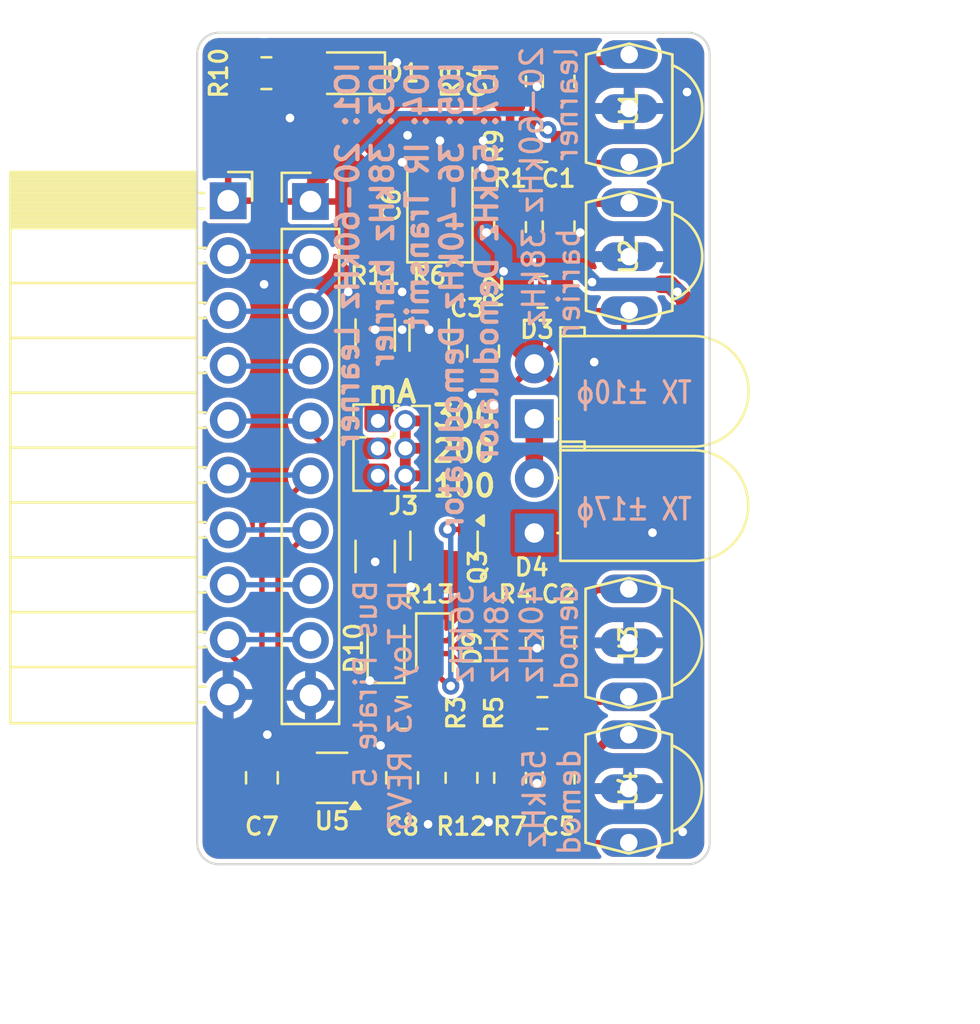
<source format=kicad_pcb>
(kicad_pcb (version 20240108) (generator "pcbnew") (generator_version "8.0")
  (layers (0 "F.Cu" signal) (31 "B.Cu" signal) (34 "B.Paste" user) (35 "F.Paste" user) (36 "B.SilkS" user "B.Silkscreen") (37 "F.SilkS" user "F.Silkscreen") (38 "B.Mask" user) (39 "F.Mask" user) (44 "Edge.Cuts" user))
  (net 0 "")
  (net 1 "Net-(D1-A)")
  (net 2 "VOUT")
  (net 3 "GND")
  (net 4 "Net-(U1-V+)")
  (net 5 "Net-(U2-V+)")
  (net 6 "Net-(D3-K)")
  (net 7 "Net-(D4-K)")
  (net 8 "IO0")
  (net 9 "IO1")
  (net 10 "IO2")
  (net 11 "IO3")
  (net 12 "IO4")
  (net 13 "IO5")
  (net 14 "IO6")
  (net 15 "IO7")
  (net 16 "Net-(U3-V+)")
  (net 17 "Net-(U4-V+)")
  (net 18 "Net-(J3-Pin_1)")
  (net 19 "Net-(J3-Pin_2)")
  (net 20 "Net-(J3-Pin_3)")
  (net 21 "Net-(D10-A)")
  (net 22 "Net-(D9-A)")
  (net 23 "Net-(J3-Pin_5)")
  (net 24 "Net-(U5-A)")
  (footprint "Capacitor_SMD:C_0805_2012Metric" (layer "F.Cu") (at 153.75 70.5 -90)
    (property "Reference" "C4" (at 0 3.75 -90) (layer "F.SilkS") (effects (font (size 0.8 0.8))))
    (property "Value" "4.7uF")
    (pad "1" smd roundrect (at -0.95 0 270) (size 1 1.45) (layers "F.Cu" "F.Paste" "F.Mask") (net 4 "Net-(U1-V+)"))
    (pad "2" smd roundrect (at 0.95 0 270) (size 1 1.45) (layers "F.Cu" "F.Paste" "F.Mask") (net 3 "GND"))
  )
  (footprint "Connector_PinHeader_1.27mm:PinHeader_2x03_P1.27mm_Vertical" (layer "F.Cu") (at 145.375 86.225)
    (property "Reference" "J3" (at 1.185959 3.928811 180) (layer "F.SilkS") (effects (font (size 0.8 0.8))))
    (property "Value" "Conn_02x03_1.27mm")
    (pad "1" thru_hole rect (at 0 0) (size 1 1) (drill 0.65) (layers "*.Cu" "*.Mask") (net 18 "Net-(J3-Pin_1)"))
    (pad "2" thru_hole oval (at 1.27 0) (size 1 1) (drill 0.65) (layers "*.Cu" "*.Mask") (net 19 "Net-(J3-Pin_2)"))
    (pad "3" thru_hole oval (at 0 1.27) (size 1 1) (drill 0.65) (layers "*.Cu" "*.Mask") (net 20 "Net-(J3-Pin_3)"))
    (pad "4" thru_hole oval (at 1.27 1.27) (size 1 1) (drill 0.65) (layers "*.Cu" "*.Mask") (net 19 "Net-(J3-Pin_2)"))
    (pad "5" thru_hole oval (at 0 2.54) (size 1 1) (drill 0.65) (layers "*.Cu" "*.Mask") (net 23 "Net-(J3-Pin_5)"))
    (pad "6" thru_hole oval (at 1.27 2.54) (size 1 1) (drill 0.65) (layers "*.Cu" "*.Mask") (net 19 "Net-(J3-Pin_2)"))
  )
  (footprint "Package_TO_SOT_SMD:SOT-363_SC-70-6" (layer "F.Cu") (at 143.25 102.75 180)
    (property "Reference" "U5" (at 0 -2 0) (layer "F.SilkS") (effects (font (size 0.8 0.8))))
    (property "Value" "AiP74LVC1T45GC363.TR")
    (pad "1" smd roundrect (at -0.95 -0.65 180) (size 0.65 0.4) (layers "F.Cu" "F.Paste" "F.Mask") (net 2 "VOUT"))
    (pad "2" smd roundrect (at -0.95 0 180) (size 0.65 0.4) (layers "F.Cu" "F.Paste" "F.Mask") (net 3 "GND"))
    (pad "3" smd roundrect (at -0.95 0.65 180) (size 0.65 0.4) (layers "F.Cu" "F.Paste" "F.Mask") (net 24 "Net-(U5-A)"))
    (pad "4" smd roundrect (at 0.95 0.65 180) (size 0.65 0.4) (layers "F.Cu" "F.Paste" "F.Mask") (net 12 "IO4"))
    (pad "5" smd roundrect (at 0.95 0 180) (size 0.65 0.4) (layers "F.Cu" "F.Paste" "F.Mask") (net 3 "GND"))
    (pad "6" smd roundrect (at 0.95 -0.65 180) (size 0.65 0.4) (layers "F.Cu" "F.Paste" "F.Mask") (net 2 "VOUT"))
  )
  (footprint "LED_SMD:LED_0805_2012Metric" (layer "F.Cu") (at 144.018 70.125 180)
    (property "Reference" "D1" (at -2.5 0 0) (layer "F.SilkS") (effects (font (size 0.8 0.8))))
    (property "Value" "LED")
    (pad "1" smd roundrect (at -0.9375 0 180) (size 0.975 1.4) (layers "F.Cu" "F.Paste" "F.Mask") (net 3 "GND"))
    (pad "2" smd roundrect (at 0.9375 0 180) (size 0.975 1.4) (layers "F.Cu" "F.Paste" "F.Mask") (net 1 "Net-(D1-A)"))
  )
  (footprint "Resistor_SMD:R_1206_3216Metric" (layer "F.Cu") (at 145.25 82.25 90)
    (property "Reference" "R11" (at 2.75 0 180) (layer "F.SilkS") (effects (font (size 0.8 0.8))))
    (property "Value" "3R0")
    (pad "1" smd roundrect (at -1.4625 0 90) (size 1.125 1.75) (layers "F.Cu" "F.Paste" "F.Mask") (roundrect_rratio 0.2222222222) (net 20 "Net-(J3-Pin_3)"))
    (pad "2" smd roundrect (at 1.4625 0 90) (size 1.125 1.75) (layers "F.Cu" "F.Paste" "F.Mask") (roundrect_rratio 0.2222222222) (net 3 "GND"))
  )
  (footprint "Capacitor_SMD:C_0805_2012Metric" (layer "F.Cu") (at 153.75 96.5 -90)
    (property "Reference" "C2" (at -2.25 0 180) (layer "F.SilkS") (effects (font (size 0.8 0.8))))
    (property "Value" "4.7uF")
    (pad "1" smd roundrect (at -0.95 0 270) (size 1 1.45) (layers "F.Cu" "F.Paste" "F.Mask") (net 16 "Net-(U3-V+)"))
    (pad "2" smd roundrect (at 0.95 0 270) (size 1 1.45) (layers "F.Cu" "F.Paste" "F.Mask") (net 3 "GND"))
  )
  (footprint "Capacitor_SMD:C_0805_2012Metric" (layer "F.Cu") (at 153.75 77.25 -90)
    (property "Reference" "C1" (at -2.25 0 180) (layer "F.SilkS") (effects (font (size 0.8 0.8))))
    (property "Value" "4.7uF")
    (pad "1" smd roundrect (at -0.95 0 270) (size 1 1.45) (layers "F.Cu" "F.Paste" "F.Mask") (net 5 "Net-(U2-V+)"))
    (pad "2" smd roundrect (at 0.95 0 270) (size 1 1.45) (layers "F.Cu" "F.Paste" "F.Mask") (net 3 "GND"))
  )
  (footprint "Library:TSOP18XX" (layer "F.Cu") (at 156.994399 78.6178 90)
    (property "Reference" "U2" (at 0 0 90) (layer "F.SilkS") (effects (font (size 0.8 0.8))))
    (property "Value" "IRM-3638J7")
    (pad "GND" thru_hole oval (at -0.0012 0.0266 90) (size 1.3208 2.6416) (drill 0.8128) (layers "*.Cu" "*.Mask") (net 3 "GND"))
    (pad "OUT" thru_hole oval (at -2.5012 0.0266 90) (size 1.3208 2.6416) (drill 0.8128) (layers "*.Cu" "*.Mask") (net 11 "IO3"))
    (pad "VCC" thru_hole oval (at 2.4988 0.0266 90) (size 1.3208 2.6416) (drill 0.8128) (layers "*.Cu" "*.Mask") (net 5 "Net-(U2-V+)"))
  )
  (footprint "LED_THT:LED_D5.0mm_Horizontal_O1.27mm_Z3.0mm_IRGrey" (layer "F.Cu") (at 152.623 91.415 90)
    (property "Reference" "D4" (at -1.585 -0.123 180) (layer "F.SilkS") (effects (font (size 0.8 0.8))))
    (property "Value" "TSAL6200")
    (pad "1" thru_hole rect (at 0 0 90) (size 1.8 1.8) (drill 0.9) (layers "*.Cu" "*.Mask") (net 7 "Net-(D4-K)"))
    (pad "2" thru_hole circle (at 2.54 0 90) (size 1.8 1.8) (drill 0.9) (layers "*.Cu" "*.Mask") (net 6 "Net-(D3-K)"))
  )
  (footprint "Resistor_SMD:R_1206_3216Metric" (layer "F.Cu") (at 147.75 82.25 90)
    (property "Reference" "R6" (at 2.75 0 0) (layer "F.SilkS") (effects (font (size 0.8 0.8))))
    (property "Value" "1R2")
    (pad "1" smd roundrect (at -1.4625 0 90) (size 1.125 1.75) (layers "F.Cu" "F.Paste" "F.Mask") (roundrect_rratio 0.2222222222) (net 18 "Net-(J3-Pin_1)"))
    (pad "2" smd roundrect (at 1.4625 0 90) (size 1.125 1.75) (layers "F.Cu" "F.Paste" "F.Mask") (roundrect_rratio 0.2222222222) (net 3 "GND"))
  )
  (footprint "Capacitor_SMD:C_0805_2012Metric" (layer "F.Cu") (at 153.75 102.75 -90)
    (property "Reference" "C5" (at 2.25 0 180) (layer "F.SilkS") (effects (font (size 0.8 0.8))))
    (property "Value" "4.7uF")
    (pad "1" smd roundrect (at -0.95 0 270) (size 1 1.45) (layers "F.Cu" "F.Paste" "F.Mask") (net 17 "Net-(U4-V+)"))
    (pad "2" smd roundrect (at 0.95 0 270) (size 1 1.45) (layers "F.Cu" "F.Paste" "F.Mask") (net 3 "GND"))
  )
  (footprint "Diode_SMD:D_SOD-323F" (layer "F.Cu") (at 145.75 96.75 90)
    (property "Reference" "D10" (at 0 -1.5 90) (layer "F.SilkS") (effects (font (size 0.8 0.8))))
    (property "Value" "1N4148WS")
    (pad "1" smd roundrect (at -1.1 0 90) (size 0.5 0.5) (layers "F.Cu" "F.Paste" "F.Mask") (net 3 "GND"))
    (pad "2" smd roundrect (at 1.1 0 90) (size 0.5 0.5) (layers "F.Cu" "F.Paste" "F.Mask") (net 21 "Net-(D10-A)"))
  )
  (footprint "Connector_PinSocket_2.54mm:PinSocket_1x10_P2.54mm_Horizontal" (layer "F.Cu") (at 138.437442 76.030607)
    (property "Reference" "J1" (hide yes))
    (property "Value" "Conn_01x10" (hide yes))
    (pad "1" thru_hole rect (at 0 0) (size 1.7 1.7) (drill 1) (layers "*.Cu" "*.Mask") (net 2 "VOUT"))
    (pad "2" thru_hole oval (at 0 2.54) (size 1.7 1.7) (drill 1) (layers "*.Cu" "*.Mask") (net 8 "IO0"))
    (pad "3" thru_hole oval (at 0 5.08) (size 1.7 1.7) (drill 1) (layers "*.Cu" "*.Mask") (net 9 "IO1"))
    (pad "4" thru_hole oval (at 0 7.62) (size 1.7 1.7) (drill 1) (layers "*.Cu" "*.Mask") (net 10 "IO2"))
    (pad "5" thru_hole oval (at 0 10.16) (size 1.7 1.7) (drill 1) (layers "*.Cu" "*.Mask") (net 11 "IO3"))
    (pad "6" thru_hole oval (at 0 12.7) (size 1.7 1.7) (drill 1) (layers "*.Cu" "*.Mask") (net 12 "IO4"))
    (pad "7" thru_hole oval (at 0 15.24) (size 1.7 1.7) (drill 1) (layers "*.Cu" "*.Mask") (net 13 "IO5"))
    (pad "8" thru_hole oval (at 0 17.78) (size 1.7 1.7) (drill 1) (layers "*.Cu" "*.Mask") (net 14 "IO6"))
    (pad "9" thru_hole oval (at 0 20.32) (size 1.7 1.7) (drill 1) (layers "*.Cu" "*.Mask") (net 15 "IO7"))
    (pad "10" thru_hole oval (at 0 22.86) (size 1.7 1.7) (drill 1) (layers "*.Cu" "*.Mask") (net 3 "GND"))
  )
  (footprint "Package_TO_SOT_SMD:SOT-23" (layer "F.Cu") (at 148.44 92 -90)
    (property "Reference" "Q3" (at 1 -1.56 -90) (layer "F.SilkS") (effects (font (size 0.8 0.8))))
    (property "Value" "MMBT4401LT1G")
    (pad "1" smd roundrect (at -0.9375 -0.95 270) (size 1.475 0.6) (layers "F.Cu" "F.Paste" "F.Mask") (net 22 "Net-(D9-A)"))
    (pad "2" smd roundrect (at -0.9375 0.95 270) (size 1.475 0.6) (layers "F.Cu" "F.Paste" "F.Mask") (net 19 "Net-(J3-Pin_2)"))
    (pad "3" smd roundrect (at 0.9375 0 270) (size 1.475 0.6) (layers "F.Cu" "F.Paste" "F.Mask") (net 7 "Net-(D4-K)"))
  )
  (footprint "Diode_SMD:D_SOD-323F" (layer "F.Cu") (at 148 96.75 -90)
    (property "Reference" "D9" (at 0 -1.75 -90) (layer "F.SilkS") (effects (font (size 0.8 0.8))))
    (property "Value" "1N4148WS")
    (pad "1" smd roundrect (at -1.1 0 270) (size 0.5 0.5) (layers "F.Cu" "F.Paste" "F.Mask") (net 21 "Net-(D10-A)"))
    (pad "2" smd roundrect (at 1.1 0 270) (size 0.5 0.5) (layers "F.Cu" "F.Paste" "F.Mask") (net 22 "Net-(D9-A)"))
  )
  (footprint "Library:TSOP18XX" (layer "F.Cu") (at 156.9734 96.4988 90)
    (property "Reference" "U3" (at 0 0 90) (layer "F.SilkS") (effects (font (size 0.8 0.8))))
    (property "Value" "IRM-3638T")
    (pad "GND" thru_hole oval (at -0.0012 0.0266 90) (size 1.3208 2.6416) (drill 0.8128) (layers "*.Cu" "*.Mask") (net 3 "GND"))
    (pad "OUT" thru_hole oval (at -2.5012 0.0266 90) (size 1.3208 2.6416) (drill 0.8128) (layers "*.Cu" "*.Mask") (net 13 "IO5"))
    (pad "VCC" thru_hole oval (at 2.4988 0.0266 90) (size 1.3208 2.6416) (drill 0.8128) (layers "*.Cu" "*.Mask") (net 16 "Net-(U3-V+)"))
  )
  (footprint "Capacitor_Tantalum_SMD:CP_EIA-3528-21_Kemet-B_Pad1.50x2.35mm_HandSolder" (layer "F.Cu") (at 148.25 76.25 90)
    (property "Reference" "C6" (at 0 -2.25 90) (layer "F.SilkS") (effects (font (size 0.8 0.8))))
    (property "Value" "100uF")
    (pad "1" smd roundrect (at -1.625 0 90) (size 1.5 2.35) (layers "F.Cu" "F.Paste" "F.Mask") (roundrect_rratio 0.1666673333) (net 2 "VOUT"))
    (pad "2" smd roundrect (at 1.625 0 90) (size 1.5 2.35) (layers "F.Cu" "F.Paste" "F.Mask") (roundrect_rratio 0.1666673333) (net 3 "GND"))
  )
  (footprint "LED_THT:LED_D5.0mm_Horizontal_O1.27mm_Z3.0mm_IRGrey" (layer "F.Cu") (at 152.623 86.125 90)
    (property "Reference" "D3" (at 4.125 0.127 180) (layer "F.SilkS") (effects (font (size 0.8 0.8))))
    (property "Value" "TSAL6100")
    (pad "1" thru_hole rect (at 0 0 90) (size 1.8 1.8) (drill 0.9) (layers "*.Cu" "*.Mask") (net 6 "Net-(D3-K)"))
    (pad "2" thru_hole circle (at 2.54 0 90) (size 1.8 1.8) (drill 0.9) (layers "*.Cu" "*.Mask") (net 2 "VOUT"))
  )
  (footprint "Resistor_SMD:R_0805_2012Metric" (layer "F.Cu") (at 151.5 102.75 -90)
    (property "Reference" "R7" (at 2.25 0 180) (layer "F.SilkS") (effects (font (size 0.8 0.8))))
    (property "Value" "100R")
    (pad "1" smd roundrect (at -0.9125 0 270) (size 1.025 1.4) (layers "F.Cu" "F.Paste" "F.Mask") (roundrect_rratio 0.243902439) (net 17 "Net-(U4-V+)"))
    (pad "2" smd roundrect (at 0.9125 0 270) (size 1.025 1.4) (layers "F.Cu" "F.Paste" "F.Mask") (roundrect_rratio 0.243902439) (net 2 "VOUT"))
  )
  (footprint "Resistor_SMD:R_0805_2012Metric" (layer "F.Cu") (at 153 80.25 180)
    (property "Reference" "R2" (at 2.25 0 90) (layer "F.SilkS") (effects (font (size 0.8 0.8))))
    (property "Value" "10K")
    (pad "1" smd roundrect (at -0.9125 0 180) (size 1.025 1.4) (layers "F.Cu" "F.Paste" "F.Mask") (roundrect_rratio 0.243902439) (net 11 "IO3"))
    (pad "2" smd roundrect (at 0.9125 0 180) (size 1.025 1.4) (layers "F.Cu" "F.Paste" "F.Mask") (roundrect_rratio 0.243902439) (net 2 "VOUT"))
  )
  (footprint "Capacitor_SMD:C_0805_2012Metric" (layer "F.Cu") (at 146.5 102.75 90)
    (property "Reference" "C8" (at -2.25 0 0) (layer "F.SilkS") (effects (font (size 0.8 0.8))))
    (property "Value" "0.1uF")
    (pad "1" smd roundrect (at -0.95 0 90) (size 1 1.45) (layers "F.Cu" "F.Paste" "F.Mask") (net 2 "VOUT"))
    (pad "2" smd roundrect (at 0.95 0 90) (size 1 1.45) (layers "F.Cu" "F.Paste" "F.Mask") (net 3 "GND"))
  )
  (footprint "Resistor_SMD:R_0805_2012Metric" (layer "F.Cu") (at 153 99.75 180)
    (property "Reference" "R5" (at 2.25 0 90) (layer "F.SilkS") (effects (font (size 0.8 0.8))))
    (property "Value" "10K")
    (pad "1" smd roundrect (at -0.9125 0 180) (size 1.025 1.4) (layers "F.Cu" "F.Paste" "F.Mask") (roundrect_rratio 0.243902439) (net 13 "IO5"))
    (pad "2" smd roundrect (at 0.9125 0 180) (size 1.025 1.4) (layers "F.Cu" "F.Paste" "F.Mask") (roundrect_rratio 0.243902439) (net 2 "VOUT"))
  )
  (footprint "Resistor_SMD:R_1206_3216Metric" (layer "F.Cu") (at 145.25 92.5 -90)
    (property "Reference" "R13" (at 1.75 -2.5 180) (layer "F.SilkS") (effects (font (size 0.8 0.8))))
    (property "Value" "6R8")
    (pad "1" smd roundrect (at -1.4625 0 270) (size 1.125 1.75) (layers "F.Cu" "F.Paste" "F.Mask") (roundrect_rratio 0.2222222222) (net 23 "Net-(J3-Pin_5)"))
    (pad "2" smd roundrect (at 1.4625 0 270) (size 1.125 1.75) (layers "F.Cu" "F.Paste" "F.Mask") (roundrect_rratio 0.2222222222) (net 3 "GND"))
  )
  (footprint "Library:TSOP18XX" (layer "F.Cu") (at 156.994399 71.7598 90)
    (property "Reference" "U1" (at 0 0 90) (layer "F.SilkS") (effects (font (size 0.8 0.8))))
    (property "Value" "OS1200MW-A1")
    (pad "GND" thru_hole oval (at -0.0012 0.0266 90) (size 1.3208 2.6416) (drill 0.8128) (layers "*.Cu" "*.Mask") (net 3 "GND"))
    (pad "OUT" thru_hole oval (at -2.5012 0.0266 90) (size 1.3208 2.6416) (drill 0.8128) (layers "*.Cu" "*.Mask") (net 9 "IO1"))
    (pad "VCC" thru_hole oval (at 2.4988 0.0266 90) (size 1.3208 2.6416) (drill 0.8128) (layers "*.Cu" "*.Mask") (net 4 "Net-(U1-V+)"))
  )
  (footprint "Library:TSOP18XX" (layer "F.Cu") (at 156.9734 103.2488 90)
    (property "Reference" "U4" (at 0 0 90) (layer "F.SilkS") (effects (font (size 0.8 0.8))))
    (property "Value" "CHQ0038L-56kHz")
    (pad "GND" thru_hole oval (at -0.0012 0.0266 90) (size 1.3208 2.6416) (drill 0.8128) (layers "*.Cu" "*.Mask") (net 3 "GND"))
    (pad "OUT" thru_hole oval (at -2.5012 0.0266 90) (size 1.3208 2.6416) (drill 0.8128) (layers "*.Cu" "*.Mask") (net 15 "IO7"))
    (pad "VCC" thru_hole oval (at 2.4988 0.0266 90) (size 1.3208 2.6416) (drill 0.8128) (layers "*.Cu" "*.Mask") (net 17 "Net-(U4-V+)"))
  )
  (footprint "Resistor_SMD:R_0805_2012Metric" (layer "F.Cu") (at 153 73.5 180)
    (property "Reference" "R9" (at 2.25 0 90) (layer "F.SilkS") (effects (font (size 0.8 0.8))))
    (property "Value" "10K")
    (pad "1" smd roundrect (at -0.9125 0 180) (size 1.025 1.4) (layers "F.Cu" "F.Paste" "F.Mask") (roundrect_rratio 0.243902439) (net 9 "IO1"))
    (pad "2" smd roundrect (at 0.9125 0 180) (size 1.025 1.4) (layers "F.Cu" "F.Paste" "F.Mask") (roundrect_rratio 0.243902439) (net 2 "VOUT"))
  )
  (footprint "Capacitor_SMD:C_0805_2012Metric" (layer "F.Cu") (at 150.25 83 -90)
    (property "Reference" "C3" (at -2 0.75 180) (layer "F.SilkS") (effects (font (size 0.8 0.8))))
    (property "Value" "4.7uF")
    (pad "1" smd roundrect (at -0.95 0 270) (size 1 1.45) (layers "F.Cu" "F.Paste" "F.Mask") (net 2 "VOUT"))
    (pad "2" smd roundrect (at 0.95 0 270) (size 1 1.45) (layers "F.Cu" "F.Paste" "F.Mask") (net 3 "GND"))
  )
  (footprint "Capacitor_SMD:C_0805_2012Metric" (layer "F.Cu") (at 140 102.75 -90)
    (property "Reference" "C7" (at 2.25 0 180) (layer "F.SilkS") (effects (font (size 0.8 0.8))))
    (property "Value" "0.1uF")
    (pad "1" smd roundrect (at -0.95 0 270) (size 1 1.45) (layers "F.Cu" "F.Paste" "F.Mask") (net 3 "GND"))
    (pad "2" smd roundrect (at 0.95 0 270) (size 1 1.45) (layers "F.Cu" "F.Paste" "F.Mask") (net 2 "VOUT"))
  )
  (footprint "Connector_PinHeader_2.54mm:PinHeader_1x10_P2.54mm_Vertical" (layer "F.Cu") (at 142.25 76.068)
    (property "Reference" "J2" (hide yes))
    (property "Value" "Conn_01x10" (hide yes))
    (pad "1" thru_hole rect (at 0 0) (size 1.7 1.7) (drill 1) (layers "*.Cu" "*.Mask") (net 2 "VOUT"))
    (pad "2" thru_hole oval (at 0 2.54) (size 1.7 1.7) (drill 1) (layers "*.Cu" "*.Mask") (net 8 "IO0"))
    (pad "3" thru_hole oval (at 0 5.08) (size 1.7 1.7) (drill 1) (layers "*.Cu" "*.Mask") (net 9 "IO1"))
    (pad "4" thru_hole oval (at 0 7.62) (size 1.7 1.7) (drill 1) (layers "*.Cu" "*.Mask") (net 10 "IO2"))
    (pad "5" thru_hole oval (at 0 10.16) (size 1.7 1.7) (drill 1) (layers "*.Cu" "*.Mask") (net 11 "IO3"))
    (pad "6" thru_hole oval (at 0 12.7) (size 1.7 1.7) (drill 1) (layers "*.Cu" "*.Mask") (net 12 "IO4"))
    (pad "7" thru_hole oval (at 0 15.24) (size 1.7 1.7) (drill 1) (layers "*.Cu" "*.Mask") (net 13 "IO5"))
    (pad "8" thru_hole oval (at 0 17.78) (size 1.7 1.7) (drill 1) (layers "*.Cu" "*.Mask") (net 14 "IO6"))
    (pad "9" thru_hole oval (at 0 20.32) (size 1.7 1.7) (drill 1) (layers "*.Cu" "*.Mask") (net 15 "IO7"))
    (pad "10" thru_hole oval (at 0 22.86) (size 1.7 1.7) (drill 1) (layers "*.Cu" "*.Mask") (net 3 "GND"))
  )
  (footprint "Resistor_SMD:R_0805_2012Metric" (layer "F.Cu") (at 151.5 96.5 -90)
    (property "Reference" "R4" (at -2.25 -0.25 180) (layer "F.SilkS") (effects (font (size 0.8 0.8))))
    (property "Value" "100R")
    (pad "1" smd roundrect (at -0.9125 0 270) (size 1.025 1.4) (layers "F.Cu" "F.Paste" "F.Mask") (roundrect_rratio 0.243902439) (net 16 "Net-(U3-V+)"))
    (pad "2" smd roundrect (at 0.9125 0 270) (size 1.025 1.4) (layers "F.Cu" "F.Paste" "F.Mask") (roundrect_rratio 0.243902439) (net 2 "VOUT"))
  )
  (footprint "Resistor_SMD:R_0805_2012Metric" (layer "F.Cu") (at 146.5 99.75 180)
    (property "Reference" "R3" (at -2.5 0 90) (layer "F.SilkS") (effects (font (size 0.8 0.8))))
    (property "Value" "330R")
    (pad "1" smd roundrect (at -0.9125 0 180) (size 1.025 1.4) (layers "F.Cu" "F.Paste" "F.Mask") (roundrect_rratio 0.243902439) (net 22 "Net-(D9-A)"))
    (pad "2" smd roundrect (at 0.9125 0 180) (size 1.025 1.4) (layers "F.Cu" "F.Paste" "F.Mask") (roundrect_rratio 0.243902439) (net 24 "Net-(U5-A)"))
  )
  (footprint "Resistor_SMD:R_0805_2012Metric" (layer "F.Cu") (at 140.208 70.125)
    (property "Reference" "R10" (at -2.208 0 -90) (layer "F.SilkS") (effects (font (size 0.8 0.8))))
    (property "Value" "2K")
    (pad "1" smd roundrect (at -0.9125 0) (size 1.025 1.4) (layers "F.Cu" "F.Paste" "F.Mask") (roundrect_rratio 0.243902439) (net 2 "VOUT"))
    (pad "2" smd roundrect (at 0.9125 0) (size 1.025 1.4) (layers "F.Cu" "F.Paste" "F.Mask") (roundrect_rratio 0.243902439) (net 1 "Net-(D1-A)"))
  )
  (footprint "Resistor_SMD:R_0805_2012Metric" (layer "F.Cu") (at 149.25 102.75 90)
    (property "Reference" "R12" (at -2.25 0 0) (layer "F.SilkS") (effects (font (size 0.8 0.8))))
    (property "Value" "20K")
    (pad "1" smd roundrect (at -0.9125 0 90) (size 1.025 1.4) (layers "F.Cu" "F.Paste" "F.Mask") (roundrect_rratio 0.243902439) (net 15 "IO7"))
    (pad "2" smd roundrect (at 0.9125 0 90) (size 1.025 1.4) (layers "F.Cu" "F.Paste" "F.Mask") (roundrect_rratio 0.243902439) (net 2 "VOUT"))
  )
  (footprint "Resistor_SMD:R_0805_2012Metric" (layer "F.Cu") (at 151.5 70.5 -90)
    (property "Reference" "R8" (at 0 2.75 -90) (layer "F.SilkS") (effects (font (size 0.8 0.8))))
    (property "Value" "100R")
    (pad "1" smd roundrect (at -0.9125 0 270) (size 1.025 1.4) (layers "F.Cu" "F.Paste" "F.Mask") (roundrect_rratio 0.243902439) (net 4 "Net-(U1-V+)"))
    (pad "2" smd roundrect (at 0.9125 0 270) (size 1.025 1.4) (layers "F.Cu" "F.Paste" "F.Mask") (roundrect_rratio 0.243902439) (net 2 "VOUT"))
  )
  (footprint "Resistor_SMD:R_0805_2012Metric" (layer "F.Cu") (at 151.5 77.25 -90)
    (property "Reference" "R1" (at -2.25 0 180) (layer "F.SilkS") (effects (font (size 0.8 0.8))))
    (property "Value" "100R")
    (pad "1" smd roundrect (at -0.9125 0 270) (size 1.025 1.4) (layers "F.Cu" "F.Paste" "F.Mask") (roundrect_rratio 0.243902439) (net 5 "Net-(U2-V+)"))
    (pad "2" smd roundrect (at 0.9125 0 270) (size 1.025 1.4) (layers "F.Cu" "F.Paste" "F.Mask") (roundrect_rratio 0.243902439) (net 2 "VOUT"))
  )
  (gr_line (start 138 68.25) (end 159.75 68.25) (stroke (width 0.1)) (layer "Edge.Cuts"))
  (gr_line (start 138 106.75) (end 159.75 106.75) (stroke (width 0.1)) (layer "Edge.Cuts"))
  (gr_line (start 137 69.25) (end 137 105.75) (stroke (width 0.1)) (layer "Edge.Cuts"))
  (gr_arc (start 160.75 105.75) (mid 160.457107 106.457107) (end 159.75 106.75) (stroke (width 0.1)) (layer "Edge.Cuts"))
  (gr_arc (start 159.75 68.25) (mid 160.457107 68.542893) (end 160.75 69.25) (stroke (width 0.1)) (layer "Edge.Cuts"))
  (gr_arc (start 138 106.75) (mid 137.292893 106.457107) (end 137 105.75) (stroke (width 0.1)) (layer "Edge.Cuts"))
  (gr_arc (start 137 69.25) (mid 137.292893 68.542893) (end 138 68.25) (stroke (width 0.1)) (layer "Edge.Cuts"))
  (gr_line (start 160.75 105.75) (end 160.75 69.25) (stroke (width 0.1)) (layer "Edge.Cuts"))
  (gr_text "56kHz \ndemod\n" (at 154.827 101.328 90) (layer "B.SilkS") (effects (font (size 1 1)) (justify left bottom mirror)))
  (gr_text "38kHz \nbarrier\n" (at 154.8 77.2 90) (layer "B.SilkS") (effects (font (size 1 1)) (justify left bottom mirror)))
  (gr_text "Bus Pirate 5\nIR Toy v3 REV3" (at 147 93.5 90) (layer "B.SilkS") (effects (font (size 1 1)) (justify left bottom mirror)))
  (gr_text "20-60kHz\nlearner" (at 154.7 68.8 90) (layer "B.SilkS") (effects (font (size 1 1)) (justify left bottom mirror)))
  (gr_text "TX ±17ϕ" (at 160 90.9 0) (layer "B.SilkS") (effects (font (size 1 0.8)) (justify left bottom mirror)))
  (gr_text "IO1: 20-60kHz Learner\nIO3: 38kHz barrier\nIO4: IR Transmit\nIO5: 36-40kHz Demodulator\nIO7: 56kHz Demodulator\n" (at 151 69.5 90) (layer "B.SilkS") (effects (font (size 1 1) (thickness 0.2) (bold yes)) (justify left bottom mirror)))
  (gr_text "TX ±10ϕ" (at 160 85.5 0) (layer "B.SilkS") (effects (font (size 1 0.8)) (justify left bottom mirror)))
  (gr_text "36kHz\n38kHz\n40kHz\ndemod" (at 154.7 93.7 90) (layer "B.SilkS") (effects (font (size 1 1)) (justify left bottom mirror)))
  (gr_text "mA" (at 144.81 85.465 0) (layer "F.SilkS") (effects (font (size 1 1) (thickness 0.2) (bold yes)) (justify left bottom)))
  (gr_text "300\n200\n100" (at 147.813013 89.813579 0) (layer "F.SilkS") (effects (font (size 1 1) (thickness 0.2) (bold yes)) (justify left bottom)))
  (segment (start 141.1205 70.125) (end 143.0805 70.125) (width 0.25) (layer "F.Cu") (net 1))
  (segment (start 151.5 103.6625) (end 151.4125 103.6625) (width 0.4064) (layer "F.Cu") (net 2))
  (segment (start 152.623 81.8355) (end 152.0875 81.3) (width 0.8128) (layer "F.Cu") (net 2))
  (segment (start 151.5 97.4125) (end 151.5 99.1625) (width 0.4064) (layer "F.Cu") (net 2))
  (segment (start 155 104.5) (end 158.5 104.5) (width 0.4064) (layer "F.Cu") (net 2))
  (segment (start 148.3625 101.8375) (end 146.5 103.7) (width 0.4064) (layer "F.Cu") (net 2))
  (segment (start 140.3 103.4) (end 140 103.7) (width 0.4064) (layer "F.Cu") (net 2))
  (segment (start 145.45 104.75) (end 146.5 103.7) (width 0.4064) (layer "F.Cu") (net 2))
  (segment (start 153.3375 98.5) (end 154.7 98.5) (width 0.4064) (layer "F.Cu") (net 2))
  (segment (start 151.5 99.1625) (end 152.0875 99.75) (width 0.4064) (layer "F.Cu") (net 2))
  (segment (start 146.5 103.7) (end 144.5 103.7) (width 0.4064) (layer "F.Cu") (net 2))
  (segment (start 146.2875 71.4125) (end 142.24 75.46) (width 0.6096) (layer "F.Cu") (net 2))
  (segment (start 158.75 104.25) (end 159.6 103.4) (width 0.8128) (layer "F.Cu") (net 2))
  (segment (start 159.25 80.25) (end 158.9 79.9) (width 0.8128) (layer "F.Cu") (net 2))
  (segment (start 151.5 71.4125) (end 146.2875 71.4125) (width 0.6096) (layer "F.Cu") (net 2))
  (segment (start 159.6 80.6) (end 159.25 80.25) (width 0.8128) (layer "F.Cu") (net 2))
  (segment (start 151.5 103.6625) (end 152.5875 104.75) (width 0.4064) (layer "F.Cu") (net 2))
  (segment (start 142.24 75.46) (end 142.24 76.068) (width 0.6096) (layer "F.Cu") (net 2))
  (segment (start 152.0875 80.25) (end 152.0875 81.3) (width 0.8128) (layer "F.Cu") (net 2))
  (segment (start 151.5 71.4125) (end 151.5 72.9125) (width 0.4064) (layer "F.Cu") (net 2))
  (segment (start 149.25 101.8375) (end 148.3625 101.8375) (width 0.4064) (layer "F.Cu") (net 2))
  (segment (start 140 103.7) (end 141.05 104.75) (width 0.4064) (layer "F.Cu") (net 2))
  (segment (start 155.3 79.8) (end 155.4 79.9) (width 0.6096) (layer "F.Cu") (net 2))
  (segment (start 149.5875 101.8375) (end 149.25 101.8375) (width 0.4064) (layer "F.Cu") (net 2))
  (segment (start 159.6 103.4) (end 159.6 97.7) (width 0.8128) (layer "F.Cu") (net 2))
  (segment (start 154.75 104.75) (end 155 104.5) (width 0.4064) (layer "F.Cu") (net 2))
  (segment (start 151.4125 103.6625) (end 149.5875 101.8375) (width 0.4064) (layer "F.Cu") (net 2))
  (segment (start 155.5 97.7) (end 159.6 97.7) (width 0.4064) (layer "F.Cu") (net 2))
  (segment (start 152.623 83.585) (end 152.623 81.8355) (width 0.8128) (layer "F.Cu") (net 2))
  (segment (start 154.7 98.5) (end 155.5 97.7) (width 0.4064) (layer "F.Cu") (net 2))
  (segment (start 151.5 72.9125) (end 152.0875 73.5) (width 0.4064) (layer "F.Cu") (net 2))
  (segment (start 151.088 82.05) (end 150.25 82.05) (width 0.8128) (layer "F.Cu") (net 2))
  (segment (start 144.5 103.7) (end 144.2 103.4) (width 0.4064) (layer "F.Cu") (net 2))
  (segment (start 155.4 79.9) (end 158.5 79.9) (width 0.6096) (layer "F.Cu") (net 2))
  (segment (start 142.3 103.4) (end 140.3 103.4) (width 0.4064) (layer "F.Cu") (net 2))
  (segment (start 158.5 104.5) (end 158.75 104.25) (width 0.4064) (layer "F.Cu") (net 2))
  (segment (start 141.05 104.75) (end 145.45 104.75) (width 0.4064) (layer "F.Cu") (net 2))
  (segment (start 152.623 83.585) (end 151.088 82.05) (width 0.8128) (layer "F.Cu") (net 2))
  (segment (start 152.0875 99.75) (end 153.3375 98.5) (width 0.4064) (layer "F.Cu") (net 2))
  (segment (start 152.5875 104.75) (end 154.75 104.75) (width 0.4064) (layer "F.Cu") (net 2))
  (segment (start 158.9 79.9) (end 158.5 79.9) (width 0.8128) (layer "F.Cu") (net 2))
  (segment (start 159.6 97.7) (end 159.6 80.6) (width 0.8128) (layer "F.Cu") (net 2))
  (via (at 155.3 79.8) (size 0.8) (drill 0.4) (layers "F.Cu" "B.Cu") (net 2))
  (via (at 150.4 77.5) (size 0.8) (drill 0.4) (layers "F.Cu" "B.Cu") (net 2))
  (via (at 151.2 79.3) (size 0.8) (drill 0.4) (layers "F.Cu" "B.Cu") (net 2))
  (via (at 159.25 80.25) (size 0.8) (drill 0.4) (layers "F.Cu" "B.Cu") (net 2))
  (segment (start 154.8 79.3) (end 155.3 79.8) (width 0.8128) (layer "B.Cu") (net 2))
  (segment (start 155.4 79.9) (end 158.9 79.9) (width 0.6096) (layer "B.Cu") (net 2))
  (segment (start 155.3 79.8) (end 155.4 79.9) (width 0.6096) (layer "B.Cu") (net 2))
  (segment (start 158.9 79.9) (end 159.25 80.25) (width 0.6096) (layer "B.Cu") (net 2))
  (segment (start 151.2 79.3) (end 151.2 78.3) (width 0.8128) (layer "B.Cu") (net 2))
  (segment (start 151.2 79.3) (end 154.8 79.3) (width 0.8128) (layer "B.Cu") (net 2))
  (segment (start 151.2 78.3) (end 150.4 77.5) (width 0.8128) (layer "B.Cu") (net 2))
  (segment (start 145.55 102.75) (end 144.2 102.75) (width 0.4064) (layer "F.Cu") (net 3))
  (segment (start 153.75 103.7) (end 153.45 103.7) (width 0.4064) (layer "F.Cu") (net 3))
  (segment (start 146.8375 93.9625) (end 145.25 93.9625) (width 0.4064) (layer "F.Cu") (net 3))
  (segment (start 145.5 101.25) (end 145.95 101.25) (width 0.4064) (layer "F.Cu") (net 3))
  (segment (start 145.25 93.9625) (end 145.25 92.75) (width 0.4064) (layer "F.Cu") (net 3))
  (segment (start 145.95 101.25) (end 146.5 101.8) (width 0.4064) (layer "F.Cu") (net 3))
  (segment (start 146.9 93.9) (end 146.8375 93.9625) (width 0.4064) (layer "F.Cu") (net 3))
  (segment (start 153.45 103.7) (end 152.75 103) (width 0.4064) (layer "F.Cu") (net 3))
  (segment (start 140.95 102.75) (end 140 101.8) (width 0.4064) (layer "F.Cu") (net 3))
  (segment (start 145.75 97.85) (end 145.4 97.85) (width 0.4064) (layer "F.Cu") (net 3))
  (segment (start 153.45 97.45) (end 152.75 96.75) (width 0.4064) (layer "F.Cu") (net 3))
  (segment (start 140 101) (end 140.25 100.75) (width 0.4064) (layer "F.Cu") (net 3))
  (segment (start 142.3 102.75) (end 140.95 102.75) (width 0.4064) (layer "F.Cu") (net 3))
  (segment (start 146.5 101.8) (end 145.55 102.75) (width 0.4064) (layer "F.Cu") (net 3))
  (segment (start 145.4 97.85) (end 145 98.25) (width 0.4064) (layer "F.Cu") (net 3))
  (segment (start 153.75 97.45) (end 153.45 97.45) (width 0.4064) (layer "F.Cu") (net 3))
  (segment (start 140 101.8) (end 140 101) (width 0.4064) (layer "F.Cu") (net 3))
  (via (at 145.25 82) (size 0.8) (drill 0.4) (layers "F.Cu" "B.Cu") (net 3))
  (via (at 150.75 85.5) (size 0.8) (drill 0.4) (layers "F.Cu" "B.Cu") (net 3))
  (via (at 146.5 80.25) (size 0.8) (drill 0.4) (layers "F.Cu" "B.Cu") (net 3))
  (via (at 144 80.25) (size 0.8) (drill 0.4) (layers "F.Cu" "B.Cu") (net 3))
  (via (at 145.5 101.25) (size 0.8) (drill 0.4) (layers "F.Cu" "B.Cu") (net 3))
  (via (at 158.1 91.4) (size 0.8) (drill 0.4) (layers "F.Cu" "B.Cu") (net 3))
  (via (at 150.25 73.25) (size 0.8) (drill 0.4) (layers "F.Cu" "B.Cu") (net 3))
  (via (at 150.5 104.8) (size 0.8) (drill 0.4) (layers "F.Cu" "B.Cu") (net 3))
  (via (at 147.7 104.9) (size 0.8) (drill 0.4) (layers "F.Cu" "B.Cu") (net 3))
  (via (at 152.75 96.75) (size 0.8) (drill 0.4) (layers "F.Cu" "B.Cu") (net 3))
  (via (at 140.1 79.9) (size 0.8) (drill 0.4) (layers "F.Cu" "B.Cu") (net 3))
  (via (at 159.7 71) (size 0.8) (drill 0.4) (layers "F.Cu" "B.Cu") (net 3))
  (via (at 146.5 74.25) (size 0.8) (drill 0.4) (layers "F.Cu" "B.Cu") (net 3))
  (via (at 149.75 85) (size 0.8) (drill 0.4) (layers "F.Cu" "B.Cu") (net 3))
  (via (at 146.75 73) (size 0.8) (drill 0.4) (layers "F.Cu" "B.Cu") (net 3))
  (via (at 146.9 93.9) (size 0.8) (drill 0.4) (layers "F.Cu" "B.Cu") (net 3))
  (via (at 145 98.25) (size 0.8) (drill 0.4) (layers "F.Cu" "B.Cu") (net 3))
  (via (at 145.25 92.75) (size 0.8) (drill 0.4) (layers "F.Cu" "B.Cu") (net 3))
  (via (at 140.25 100.75) (size 0.8) (drill 0.4) (layers "F.Cu" "B.Cu") (net 3))
  (via (at 152.75 70.75) (size 0.8) (drill 0.4) (layers "F.Cu" "B.Cu") (net 3))
  (via (at 141.3 72.2) (size 0.8) (drill 0.4) (layers "F.Cu" "B.Cu") (net 3))
  (via (at 148.25 73.25) (size 0.8) (drill 0.4) (layers "F.Cu" "B.Cu") (net 3))
  (via (at 147.75 82) (size 0.8) (drill 0.4) (layers "F.Cu" "B.Cu") (net 3))
  (via (at 146.5 82) (size 0.8) (drill 0.4) (layers "F.Cu" "B.Cu") (net 3))
  (via (at 155.4 83.5) (size 0.8) (drill 0.4) (layers "F.Cu" "B.Cu") (net 3))
  (via (at 150.25 74.5) (size 0.8) (drill 0.4) (layers "F.Cu" "B.Cu") (net 3))
  (via (at 152.75 103) (size 0.8) (drill 0.4) (layers "F.Cu" "B.Cu") (net 3))
  (via (at 146.25 69.625) (size 0.8) (drill 0.4) (layers "F.Cu" "B.Cu") (net 3))
  (via (at 154.75 77.5) (size 0.8) (drill 0.4) (layers "F.Cu" "B.Cu") (net 3))
  (via (at 159.5 105.25) (size 0.8) (drill 0.4) (layers "F.Cu" "B.Cu") (net 3))
  (segment (start 153.75 69.55) (end 156.731999 69.55) (width 0.4064) (layer "F.Cu") (net 4))
  (segment (start 151.5 69.5875) (end 153.7125 69.5875) (width 0.4064) (layer "F.Cu") (net 4))
  (segment (start 153.7125 69.5875) (end 153.75 69.55) (width 0.4064) (layer "F.Cu") (net 4))
  (segment (start 156.731999 69.55) (end 157.020999 69.261) (width 0.4064) (layer "F.Cu") (net 4))
  (segment (start 153.931 76.119) (end 153.75 76.3) (width 0.4064) (layer "F.Cu") (net 5))
  (segment (start 157.020999 76.119) (end 153.931 76.119) (width 0.4064) (layer "F.Cu") (net 5))
  (segment (start 151.5375 76.3) (end 151.5 76.3375) (width 0.4064) (layer "F.Cu") (net 5))
  (segment (start 153.75 76.3) (end 151.5375 76.3) (width 0.4064) (layer "F.Cu") (net 5))
  (segment (start 152.623 88.875) (end 152.623 86.125) (width 0.8128) (layer "F.Cu") (net 6))
  (segment (start 138.474835 78.608) (end 138.437442 78.570607) (width 0.25) (layer "B.Cu") (net 8))
  (segment (start 142.24 78.608) (end 138.474835 78.608) (width 0.25) (layer "B.Cu") (net 8))
  (segment (start 153.25 72.75) (end 153.25 72.8375) (width 0.25) (layer "F.Cu") (net 9))
  (segment (start 154.6735 74.261) (end 153.9125 73.5) (width 0.25) (layer "F.Cu") (net 9))
  (segment (start 157.020999 74.261) (end 154.6735 74.261) (width 0.25) (layer "F.Cu") (net 9))
  (segment (start 153.25 72.8375) (end 153.9125 73.5) (width 0.25) (layer "F.Cu") (net 9))
  (via (at 153.25 72.75) (size 0.8) (drill 0.4) (layers "F.Cu" "B.Cu") (net 9))
  (segment (start 143.7 74.6) (end 143.7 79.3) (width 0.25) (layer "B.Cu") (net 9))
  (segment (start 152.5 72) (end 146.3 72) (width 0.25) (layer "B.Cu") (net 9))
  (segment (start 146.3 72) (end 143.7 74.6) (width 0.25) (layer "B.Cu") (net 9))
  (segment (start 138.474835 81.148) (end 138.437442 81.110607) (width 0.25) (layer "B.Cu") (net 9))
  (segment (start 142.24 81.148) (end 138.474835 81.148) (width 0.25) (layer "B.Cu") (net 9))
  (segment (start 153.25 72.75) (end 152.5 72) (width 0.25) (layer "B.Cu") (net 9))
  (segment (start 143.7 79.3) (end 142.24 80.76) (width 0.25) (layer "B.Cu") (net 9))
  (segment (start 142.24 80.76) (end 142.24 81.148) (width 0.25) (layer "B.Cu") (net 9))
  (segment (start 142.24 83.688) (end 138.474835 83.688) (width 0.25) (layer "B.Cu") (net 10))
  (segment (start 138.474835 83.688) (end 138.437442 83.650607) (width 0.25) (layer "B.Cu") (net 10))
  (segment (start 142.24 86.228) (end 142.24 86.74) (width 0.25) (layer "F.Cu") (net 11))
  (segment (start 154.7815 81.119) (end 153.9125 80.25) (width 0.25) (layer "F.Cu") (net 11))
  (segment (start 150.75 94.25) (end 154.05 94.25) (width 0.25) (layer "F.Cu") (net 11))
  (segment (start 142.24 86.74) (end 143.7 88.2) (width 0.25) (layer "F.Cu") (net 11))
  (segment (start 157.020999 81.119) (end 154.7815 81.119) (width 0.25) (layer "F.Cu") (net 11))
  (segment (start 144.925 96.4) (end 148.6 96.4) (width 0.25) (layer "F.Cu") (net 11))
  (segment (start 143.7 88.2) (end 143.7 95.175) (width 0.25) (layer "F.Cu") (net 11))
  (segment (start 156.775 91.525) (end 156.775 81.364999) (width 0.25) (layer "F.Cu") (net 11))
  (segment (start 148.6 96.4) (end 150.75 94.25) (width 0.25) (layer "F.Cu") (net 11))
  (segment (start 154.05 94.25) (end 156.775 91.525) (width 0.25) (layer "F.Cu") (net 11))
  (segment (start 143.7 95.175) (end 144.925 96.4) (width 0.25) (layer "F.Cu") (net 11))
  (segment (start 156.775 81.364999) (end 157.020999 81.119) (width 0.25) (layer "F.Cu") (net 11))
  (segment (start 138.474835 86.228) (end 138.437442 86.190607) (width 0.25) (layer "B.Cu") (net 11))
  (segment (start 142.24 86.228) (end 138.474835 86.228) (width 0.25) (layer "B.Cu") (net 11))
  (segment (start 142.24 88.768) (end 140 91.008) (width 0.25) (layer "F.Cu") (net 12))
  (segment (start 140 97.5) (end 140.5 98) (width 0.25) (layer "F.Cu") (net 12))
  (segment (start 142.202607 88.730607) (end 142.24 88.768) (width 0.25) (layer "F.Cu") (net 12))
  (segment (start 140.5 99.5) (end 142.3 101.3) (width 0.25) (layer "F.Cu") (net 12))
  (segment (start 142.3 101.3) (end 142.3 102.1) (width 0.25) (layer "F.Cu") (net 12))
  (segment (start 140.5 98) (end 140.5 99.5) (width 0.25) (layer "F.Cu") (net 12))
  (segment (start 140 91.008) (end 140 97.5) (width 0.25) (layer "F.Cu") (net 12))
  (segment (start 142.202607 88.730607) (end 142.24 88.768) (width 0.25) (layer "B.Cu") (net 12))
  (segment (start 138.437442 88.730607) (end 142.202607 88.730607) (width 0.25) (layer "B.Cu") (net 12))
  (segment (start 154.4125 99.25) (end 156.75 99.25) (width 0.25) (layer "F.Cu") (net 13))
  (segment (start 150 99.55) (end 150 98.3) (width 0.25) (layer "F.Cu") (net 13))
  (segment (start 153.9125 99.75) (end 152.8625 100.8) (width 0.25) (layer "F.Cu") (net 13))
  (segment (start 153.9125 99.75) (end 154.4125 99.25) (width 0.25) (layer "F.Cu") (net 13))
  (segment (start 143.2 97.6) (end 141.35 97.6) (width 0.25) (layer "F.Cu") (net 13))
  (segment (start 156.75 99.25) (end 157 99) (width 0.25) (layer "F.Cu") (net 13))
  (segment (start 148.7 97) (end 143.8 97) (width 0.25) (layer "F.Cu") (net 13))
  (segment (start 143.8 97) (end 143.2 97.6) (width 0.25) (layer "F.Cu") (net 13))
  (segment (start 140.75 92.798) (end 142.24 91.308) (width 0.25) (layer "F.Cu") (net 13))
  (segment (start 152.8625 100.8) (end 151.25 100.8) (width 0.25) (layer "F.Cu") (net 13))
  (segment (start 151.25 100.8) (end 150 99.55) (width 0.25) (layer "F.Cu") (net 13))
  (segment (start 142.24 91.308) (end 142.202607 91.270607) (width 0.25) (layer "F.Cu") (net 13))
  (segment (start 154.1625 99.5) (end 153.9125 99.75) (width 0.25) (layer "F.Cu") (net 13))
  (segment (start 140.75 97) (end 140.75 92.798) (width 0.25) (layer "F.Cu") (net 13))
  (segment (start 141.35 97.6) (end 140.75 97) (width 0.25) (layer "F.Cu") (net 13))
  (segment (start 150 98.3) (end 148.7 97) (width 0.25) (layer "F.Cu") (net 13))
  (segment (start 142.202607 91.270607) (end 142.24 91.308) (width 0.25) (layer "B.Cu") (net 13))
  (segment (start 138.437442 91.270607) (end 142.202607 91.270607) (width 0.25) (layer "B.Cu") (net 13))
  (segment (start 142.202607 93.810607) (end 142.24 93.848) (width 0.25) (layer "F.Cu") (net 14))
  (segment (start 142.202607 93.810607) (end 142.24 93.848) (width 0.25) (layer "B.Cu") (net 14))
  (segment (start 138.437442 93.810607) (end 142.202607 93.810607) (width 0.25) (layer "B.Cu") (net 14))
  (segment (start 139.75 99.75) (end 139.75 98.25) (width 0.25) (layer "F.Cu") (net 15))
  (segment (start 138.7 105) (end 138.7 100.8) (width 0.25) (layer "F.Cu") (net 15))
  (segment (start 138.437442 96.937442) (end 138.437442 96.350607) (width 0.25) (layer "F.Cu") (net 15))
  (segment (start 139.75 98.25) (end 138.437442 96.937442) (width 0.25) (layer "F.Cu") (net 15))
  (segment (start 149.25 105.75) (end 139.45 105.75) (width 0.25) (layer "F.Cu") (net 15))
  (segment (start 138.7 100.8) (end 139.75 99.75) (width 0.25) (layer "F.Cu") (net 15))
  (segment (start 157 105.75) (end 149.25 105.75) (width 0.25) (layer "F.Cu") (net 15))
  (segment (start 139.45 105.75) (end 138.7 105) (width 0.25) (layer "F.Cu") (net 15))
  (segment (start 149.25 103.6625) (end 149.25 105.75) (width 0.25) (layer "F.Cu") (net 15))
  (segment (start 138.437442 96.350607) (end 142.202607 96.350607) (width 0.25) (layer "B.Cu") (net 15))
  (segment (start 153.95 95.55) (end 155.5 94) (width 0.4064) (layer "F.Cu") (net 16))
  (segment (start 155.5 94) (end 157 94) (width 0.4064) (layer "F.Cu") (net 16))
  (segment (start 151.5 95.5875) (end 153.7125 95.5875) (width 0.4064) (layer "F.Cu") (net 16))
  (segment (start 153.7125 95.5875) (end 153.75 95.55) (width 0.4064) (layer "F.Cu") (net 16))
  (segment (start 153.75 95.55) (end 153.95 95.55) (width 0.4064) (layer "F.Cu") (net 16))
  (segment (start 156.25 100.75) (end 157 100.75) (width 0.4064) (layer "F.Cu") (net 17))
  (segment (start 153.75 101.8) (end 155.2 101.8) (width 0.4064) (layer "F.Cu") (net 17))
  (segment (start 153.7125 101.8375) (end 153.75 101.8) (width 0.4064) (layer "F.Cu") (net 17))
  (segment (start 155.2 101.8) (end 156.25 100.75) (width 0.4064) (layer "F.Cu") (net 17))
  (segment (start 151.5 101.8375) (end 153.7125 101.8375) (width 0.4064) (layer "F.Cu") (net 17))
  (segment (start 145.75 95.65) (end 148 95.65) (width 0.25) (layer "F.Cu") (net 21))
  (segment (start 148.65 98.5) (end 148 97.85) (width 0.25) (layer "F.Cu") (net 22))
  (segment (start 148.75 98.5) (end 148.65 98.5) (width 0.25) (layer "F.Cu") (net 22))
  (segment (start 147.95 97.85) (end 147.4125 98.3875) (width 0.25) (layer "F.Cu") (net 22))
  (segment (start 149.2025 91.25) (end 149.39 91.0625) (width 0.25) (layer "F.Cu") (net 22))
  (segment (start 148.6 91.25) (end 149.2025 91.25) (width 0.25) (layer "F.Cu") (net 22))
  (segment (start 148 97.85) (end 147.95 97.85) (width 0.25) (layer "F.Cu") (net 22))
  (segment (start 147.4125 98.3875) (end 147.4125 99.75) (width 0.25) (layer "F.Cu") (net 22))
  (via (at 148.6 91.25) (size 0.8) (drill 0.4) (layers "F.Cu" "B.Cu") (net 22))
  (via (at 148.75 98.5) (size 0.8) (drill 0.4) (layers "F.Cu" "B.Cu") (net 22))
  (segment (start 148.75 91.4) (end 148.6 91.25) (width 0.25) (layer "B.Cu") (net 22))
  (segment (start 148.75 98.5) (end 148.75 91.4) (width 0.25) (layer "B.Cu") (net 22))
  (segment (start 144.2 101.3) (end 145.5875 99.9125) (width 0.25) (layer "F.Cu") (net 24))
  (segment (start 145.5875 99.9125) (end 145.5875 99.75) (width 0.25) (layer "F.Cu") (net 24))
  (segment (start 144.2 102.1) (end 144.2 101.3) (width 0.25) (layer "F.Cu") (net 24))
  (zone (net 20) (net_name "Net-(J3-Pin_3)") (layer "F.Cu") (priority 3) (connect_pads yes (clearance 0.2)) (min_thickness 0.2) (fill yes (thermal_gap 0.3) (thermal_bridge_width 0.5) (smoothing fillet) (radius 0.25))
    (polygon (pts (xy 146.25 83) (xy 146.25 84) (xy 145.75 84.5) (xy 145.25 84.5) (xy 144.5 85.25) (xy 144.5 87) (xy 146 87) (xy 146 88) (xy 143.25 88) (xy 143.25 83.75) (xy 144 83)))
  )
  (zone (net 2) (net_name "VOUT") (layer "F.Cu") (priority 1) (connect_pads thru_hole_only (clearance 0.2)) (min_thickness 0.2) (fill yes (thermal_gap 0.3) (thermal_bridge_width 0.3) (smoothing fillet) (radius 0.25))
    (polygon (pts (xy 137 68.25) (xy 140 68.25) (xy 140 72.65) (xy 140.8 73.45) (xy 144.2 73.45) (xy 146.75 76) (xy 152.5 76) (xy 152.5 81) (xy 154.25 82.75) (xy 154.25 84.25) (xy 153.5 85) (xy 151.75 85) (xy 151.25 84.5) (xy 151.25 83.25) (xy 150.75 82.75) (xy 149.5 82.75) (xy 149.25 82.5) (xy 149.25 80.25) (xy 148.5 79.5) (xy 144.75 79.5) (xy 142.5 77.25) (xy 137 77.25)))
  )
  (zone (net 18) (net_name "Net-(J3-Pin_1)") (layer "F.Cu") (priority 2) (connect_pads yes (clearance 0.2)) (min_thickness 0.2) (fill yes (thermal_gap 0.3) (thermal_bridge_width 0.5) (smoothing fillet) (radius 0.25))
    (polygon (pts (xy 146.5 83) (xy 148.75 83) (xy 148.75 84.75) (xy 148 85.5) (xy 146.5 85.5) (xy 146 86) (xy 146 86.75) (xy 144.75 86.75) (xy 144.75 85.25) (xy 145.25 84.75) (xy 145.75 84.75) (xy 146.5 84)))
  )
  (zone (net 19) (net_name "Net-(J3-Pin_2)") (layer "F.Cu") (priority 5) (connect_pads thru_hole_only (clearance 0.2)) (min_thickness 0.2) (fill yes (thermal_gap 0.3) (thermal_bridge_width 0.5) (smoothing fillet) (radius 0.25))
    (polygon (pts (xy 146.2 86.1) (xy 146.5 85.8) (xy 150 85.8) (xy 150.3 86.1) (xy 150.3 89) (xy 149.4 89.9) (xy 149 89.9) (xy 148 90.4) (xy 148 91.95) (xy 146.75 91.95) (xy 146.3 91.5) (xy 146.3 90.2) (xy 146.1 90) (xy 146.1 87.4) (xy 146.2 87.3)))
  )
  (zone (net 23) (net_name "Net-(J3-Pin_5)") (layer "F.Cu") (priority 4) (connect_pads yes (clearance 0.2)) (min_thickness 0.2) (fill yes (thermal_gap 0.3) (thermal_bridge_width 0.5) (smoothing fillet) (radius 0.25))
    (polygon (pts (xy 145.9 88.2) (xy 145.9 90.1) (xy 146.1 90.3) (xy 146.1 91.5) (xy 145.9 91.7) (xy 144.4 91.7) (xy 144.2 91.5) (xy 144.2 88.5) (xy 144.5 88.2)))
  )
  (zone (net 7) (net_name "Net-(D4-K)") (layer "F.Cu") (priority 6) (connect_pads yes (clearance 0.2)) (min_thickness 0.2) (fill yes (thermal_gap 0.3) (thermal_bridge_width 0.5) (smoothing fillet) (radius 0.25))
    (polygon (pts (xy 148.067814 92.25) (xy 150 92.25) (xy 150 90.7) (xy 150.75 90.1) (xy 153.9 90.1) (xy 154.5 90.7) (xy 154.5 93.2) (xy 153.5 94.2) (xy 148.067814 94.195255)))
  )
  (zone (net 3) (net_name "GND") (layers "F&B.Cu") (connect_pads thru_hole_only (clearance 0.2)) (min_thickness 0.2) (fill yes (thermal_gap 0.3) (thermal_bridge_width 0.5) (smoothing fillet) (radius 0.25))
    (polygon (pts (xy 137 68.125) (xy 160.75 68.125) (xy 160.75 106.875) (xy 137 106.875)))
  )
)
</source>
